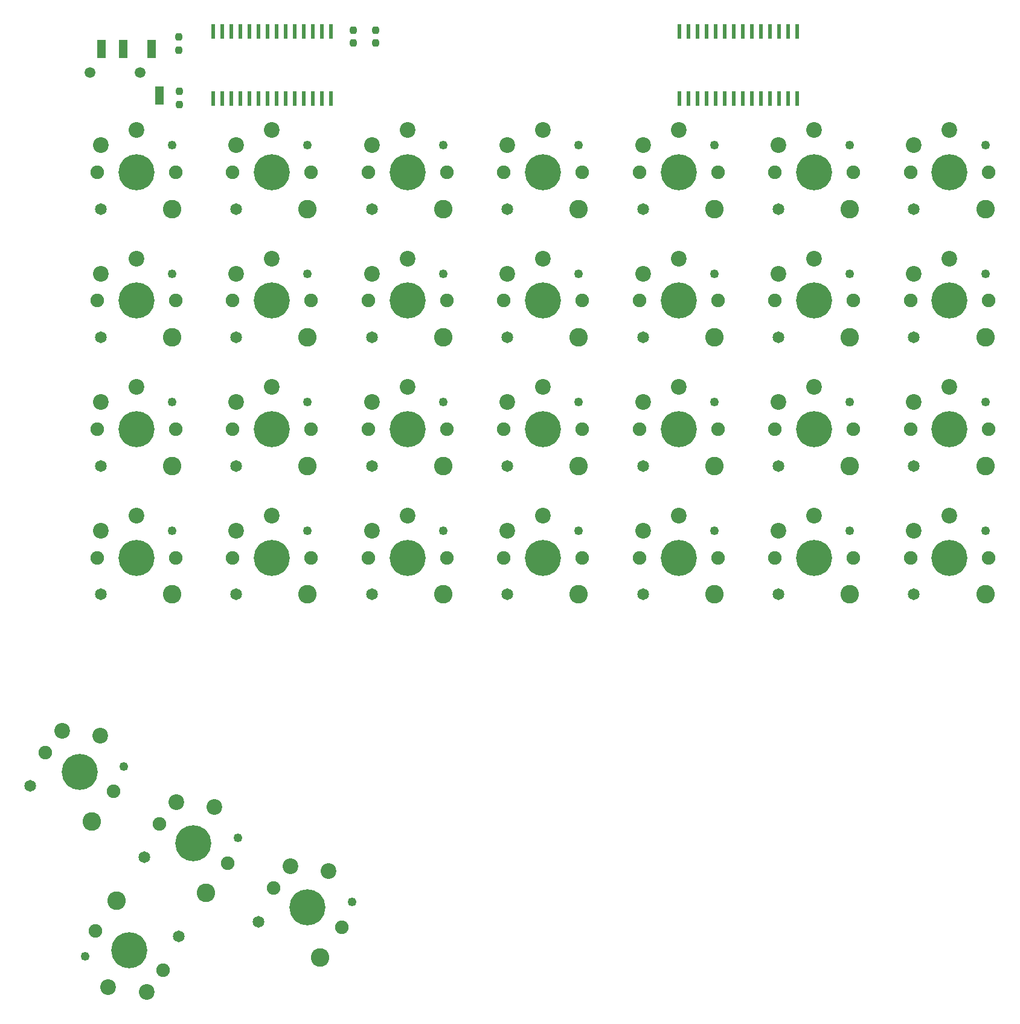
<source format=gbr>
%TF.GenerationSoftware,KiCad,Pcbnew,(6.0.11)*%
%TF.CreationDate,2023-05-24T14:48:24-07:00*%
%TF.ProjectId,keeb,6b656562-2e6b-4696-9361-645f70636258,rev?*%
%TF.SameCoordinates,Original*%
%TF.FileFunction,Soldermask,Top*%
%TF.FilePolarity,Negative*%
%FSLAX46Y46*%
G04 Gerber Fmt 4.6, Leading zero omitted, Abs format (unit mm)*
G04 Created by KiCad (PCBNEW (6.0.11)) date 2023-05-24 14:48:24*
%MOMM*%
%LPD*%
G01*
G04 APERTURE LIST*
G04 Aperture macros list*
%AMRoundRect*
0 Rectangle with rounded corners*
0 $1 Rounding radius*
0 $2 $3 $4 $5 $6 $7 $8 $9 X,Y pos of 4 corners*
0 Add a 4 corners polygon primitive as box body*
4,1,4,$2,$3,$4,$5,$6,$7,$8,$9,$2,$3,0*
0 Add four circle primitives for the rounded corners*
1,1,$1+$1,$2,$3*
1,1,$1+$1,$4,$5*
1,1,$1+$1,$6,$7*
1,1,$1+$1,$8,$9*
0 Add four rect primitives between the rounded corners*
20,1,$1+$1,$2,$3,$4,$5,0*
20,1,$1+$1,$4,$5,$6,$7,0*
20,1,$1+$1,$6,$7,$8,$9,0*
20,1,$1+$1,$8,$9,$2,$3,0*%
G04 Aperture macros list end*
%ADD10C,1.900000*%
%ADD11C,1.650000*%
%ADD12C,5.050000*%
%ADD13C,1.250000*%
%ADD14RoundRect,0.237500X-0.237500X0.250000X-0.237500X-0.250000X0.237500X-0.250000X0.237500X0.250000X0*%
%ADD15C,1.500000*%
%ADD16R,1.200000X2.500000*%
%ADD17R,0.600000X2.000000*%
%ADD18RoundRect,0.237500X0.237500X-0.250000X0.237500X0.250000X-0.237500X0.250000X-0.237500X-0.250000X0*%
%ADD19C,2.600000*%
%ADD20C,2.200000*%
G04 APERTURE END LIST*
D10*
%TO.C,SW25*%
X83500000Y-55000000D03*
D11*
X84000000Y-60150000D03*
D12*
X89000000Y-55000000D03*
D10*
X94500000Y-55000000D03*
D13*
X94000000Y-51200000D03*
X89000000Y-49100000D03*
%TD*%
%TO.C,SW5*%
X184000000Y-49100000D03*
X189000000Y-51200000D03*
D10*
X178500000Y-55000000D03*
X189500000Y-55000000D03*
D11*
X179000000Y-60150000D03*
D12*
X184000000Y-55000000D03*
%TD*%
D10*
%TO.C,SW12*%
X170500000Y-109000000D03*
D11*
X160000000Y-114150000D03*
D13*
X170000000Y-105200000D03*
D12*
X165000000Y-109000000D03*
D13*
X165000000Y-103100000D03*
D10*
X159500000Y-109000000D03*
%TD*%
D11*
%TO.C,SW6*%
X179000000Y-78150000D03*
D10*
X189500000Y-73000000D03*
D13*
X184000000Y-67100000D03*
D10*
X178500000Y-73000000D03*
D12*
X184000000Y-73000000D03*
D13*
X189000000Y-69200000D03*
%TD*%
%TO.C,SW7*%
X184000000Y-85100000D03*
D10*
X178500000Y-91000000D03*
D12*
X184000000Y-91000000D03*
D13*
X189000000Y-87200000D03*
D10*
X189500000Y-91000000D03*
D11*
X179000000Y-96150000D03*
%TD*%
D12*
%TO.C,SW19*%
X127000000Y-91000000D03*
D13*
X127000000Y-85100000D03*
D10*
X121500000Y-91000000D03*
D11*
X122000000Y-96150000D03*
D10*
X132500000Y-91000000D03*
D13*
X132000000Y-87200000D03*
%TD*%
D14*
%TO.C,R2*%
X94935000Y-36087500D03*
X94935000Y-37912500D03*
%TD*%
D12*
%TO.C,SW3*%
X203000000Y-91000000D03*
D11*
X198000000Y-96150000D03*
D13*
X203000000Y-85100000D03*
D10*
X208500000Y-91000000D03*
X197500000Y-91000000D03*
D13*
X208000000Y-87200000D03*
%TD*%
D11*
%TO.C,SW9*%
X160000000Y-60150000D03*
D10*
X159500000Y-55000000D03*
D13*
X165000000Y-49100000D03*
D10*
X170500000Y-55000000D03*
D12*
X165000000Y-55000000D03*
D13*
X170000000Y-51200000D03*
%TD*%
%TO.C,SW14*%
X151000000Y-69200000D03*
D11*
X141000000Y-78150000D03*
D10*
X140500000Y-73000000D03*
D13*
X146000000Y-67100000D03*
D10*
X151500000Y-73000000D03*
D12*
X146000000Y-73000000D03*
%TD*%
D11*
%TO.C,SW1*%
X198000000Y-60150000D03*
D10*
X208500000Y-55000000D03*
X197500000Y-55000000D03*
D13*
X208000000Y-51200000D03*
D12*
X203000000Y-55000000D03*
D13*
X203000000Y-49100000D03*
%TD*%
D10*
%TO.C,SW32*%
X117763140Y-160750000D03*
D11*
X106094873Y-159960031D03*
D13*
X119230127Y-157209103D03*
D12*
X113000000Y-158000000D03*
D13*
X115950000Y-152890450D03*
D10*
X108236860Y-155250000D03*
%TD*%
D12*
%TO.C,SW20*%
X127000000Y-109000000D03*
D13*
X132000000Y-105200000D03*
D11*
X122000000Y-114150000D03*
D10*
X132500000Y-109000000D03*
X121500000Y-109000000D03*
D13*
X127000000Y-103100000D03*
%TD*%
%TO.C,SW29*%
X87230127Y-138209103D03*
X83950000Y-133890450D03*
D10*
X85763140Y-141750000D03*
D12*
X81000000Y-139000000D03*
D10*
X76236860Y-136250000D03*
D11*
X74094873Y-140960031D03*
%TD*%
D13*
%TO.C,SW10*%
X165000000Y-67100000D03*
D11*
X160000000Y-78150000D03*
D13*
X170000000Y-69200000D03*
D10*
X159500000Y-73000000D03*
X170500000Y-73000000D03*
D12*
X165000000Y-73000000D03*
%TD*%
D15*
%TO.C,J1*%
X89495000Y-41000000D03*
X82495000Y-41000000D03*
D16*
X87095000Y-37750000D03*
X84095000Y-37750000D03*
X92195000Y-44250000D03*
X91095000Y-37750000D03*
%TD*%
D13*
%TO.C,SW8*%
X189000000Y-105200000D03*
D11*
X179000000Y-114150000D03*
D13*
X184000000Y-103100000D03*
D10*
X178500000Y-109000000D03*
D12*
X184000000Y-109000000D03*
D10*
X189500000Y-109000000D03*
%TD*%
%TO.C,SW31*%
X101763140Y-151750000D03*
D13*
X103230127Y-148209103D03*
D10*
X92236860Y-146250000D03*
D13*
X99950000Y-143890450D03*
D11*
X90094873Y-150960031D03*
D12*
X97000000Y-149000000D03*
%TD*%
%TO.C,SW15*%
X146000000Y-91000000D03*
D11*
X141000000Y-96150000D03*
D13*
X146000000Y-85100000D03*
D10*
X140500000Y-91000000D03*
X151500000Y-91000000D03*
D13*
X151000000Y-87200000D03*
%TD*%
D10*
%TO.C,SW2*%
X208500000Y-73000000D03*
X197500000Y-73000000D03*
D13*
X203000000Y-67100000D03*
D11*
X198000000Y-78150000D03*
D12*
X203000000Y-73000000D03*
D13*
X208000000Y-69200000D03*
%TD*%
D14*
%TO.C,R3*%
X122500000Y-35087500D03*
X122500000Y-36912500D03*
%TD*%
D17*
%TO.C,U1*%
X165110000Y-44700000D03*
X166380000Y-44700000D03*
X167650000Y-44700000D03*
X168920000Y-44700000D03*
X170190000Y-44700000D03*
X171460000Y-44700000D03*
X172730000Y-44700000D03*
X174000000Y-44700000D03*
X175270000Y-44700000D03*
X176540000Y-44700000D03*
X177810000Y-44700000D03*
X179080000Y-44700000D03*
X180350000Y-44700000D03*
X181620000Y-44700000D03*
X181620000Y-35300000D03*
X180350000Y-35300000D03*
X179080000Y-35300000D03*
X177810000Y-35300000D03*
X176540000Y-35300000D03*
X175270000Y-35300000D03*
X174000000Y-35300000D03*
X172730000Y-35300000D03*
X171460000Y-35300000D03*
X170190000Y-35300000D03*
X168920000Y-35300000D03*
X167650000Y-35300000D03*
X166380000Y-35300000D03*
X165110000Y-35300000D03*
%TD*%
D10*
%TO.C,SW11*%
X159500000Y-91000000D03*
D11*
X160000000Y-96150000D03*
D10*
X170500000Y-91000000D03*
D12*
X165000000Y-91000000D03*
D13*
X165000000Y-85100000D03*
X170000000Y-87200000D03*
%TD*%
D10*
%TO.C,SW30*%
X83236860Y-161250000D03*
D13*
X85050000Y-169109550D03*
X81769873Y-164790897D03*
D12*
X88000000Y-164000000D03*
D11*
X94905127Y-162039969D03*
D10*
X92763140Y-166750000D03*
%TD*%
D14*
%TO.C,R4*%
X119412500Y-35087500D03*
X119412500Y-36912500D03*
%TD*%
D12*
%TO.C,SW22*%
X108000000Y-73000000D03*
D10*
X102500000Y-73000000D03*
D11*
X103000000Y-78150000D03*
D13*
X108000000Y-67100000D03*
D10*
X113500000Y-73000000D03*
D13*
X113000000Y-69200000D03*
%TD*%
D10*
%TO.C,SW4*%
X197500000Y-109000000D03*
D13*
X208000000Y-105200000D03*
D12*
X203000000Y-109000000D03*
D13*
X203000000Y-103100000D03*
D11*
X198000000Y-114150000D03*
D10*
X208500000Y-109000000D03*
%TD*%
D11*
%TO.C,SW21*%
X103000000Y-60150000D03*
D10*
X113500000Y-55000000D03*
D13*
X113000000Y-51200000D03*
D12*
X108000000Y-55000000D03*
D10*
X102500000Y-55000000D03*
D13*
X108000000Y-49100000D03*
%TD*%
D10*
%TO.C,SW17*%
X132500000Y-55000000D03*
X121500000Y-55000000D03*
D13*
X127000000Y-49100000D03*
D12*
X127000000Y-55000000D03*
D11*
X122000000Y-60150000D03*
D13*
X132000000Y-51200000D03*
%TD*%
D12*
%TO.C,SW16*%
X146000000Y-109000000D03*
D10*
X151500000Y-109000000D03*
D11*
X141000000Y-114150000D03*
D13*
X146000000Y-103100000D03*
D10*
X140500000Y-109000000D03*
D13*
X151000000Y-105200000D03*
%TD*%
D18*
%TO.C,R1*%
X95000000Y-45490552D03*
X95000000Y-43665552D03*
%TD*%
D10*
%TO.C,SW26*%
X94500000Y-73000000D03*
X83500000Y-73000000D03*
D13*
X94000000Y-69200000D03*
D12*
X89000000Y-73000000D03*
D11*
X84000000Y-78150000D03*
D13*
X89000000Y-67100000D03*
%TD*%
D17*
%TO.C,U2*%
X99745000Y-44700000D03*
X101015000Y-44700000D03*
X102285000Y-44700000D03*
X103555000Y-44700000D03*
X104825000Y-44700000D03*
X106095000Y-44700000D03*
X107365000Y-44700000D03*
X108635000Y-44700000D03*
X109905000Y-44700000D03*
X111175000Y-44700000D03*
X112445000Y-44700000D03*
X113715000Y-44700000D03*
X114985000Y-44700000D03*
X116255000Y-44700000D03*
X116255000Y-35300000D03*
X114985000Y-35300000D03*
X113715000Y-35300000D03*
X112445000Y-35300000D03*
X111175000Y-35300000D03*
X109905000Y-35300000D03*
X108635000Y-35300000D03*
X107365000Y-35300000D03*
X106095000Y-35300000D03*
X104825000Y-35300000D03*
X103555000Y-35300000D03*
X102285000Y-35300000D03*
X101015000Y-35300000D03*
X99745000Y-35300000D03*
%TD*%
D13*
%TO.C,SW24*%
X113000000Y-105200000D03*
D11*
X103000000Y-114150000D03*
D10*
X102500000Y-109000000D03*
D12*
X108000000Y-109000000D03*
D13*
X108000000Y-103100000D03*
D10*
X113500000Y-109000000D03*
%TD*%
D13*
%TO.C,SW18*%
X127000000Y-67100000D03*
D10*
X132500000Y-73000000D03*
D13*
X132000000Y-69200000D03*
D11*
X122000000Y-78150000D03*
D12*
X127000000Y-73000000D03*
D10*
X121500000Y-73000000D03*
%TD*%
D12*
%TO.C,SW27*%
X89000000Y-91000000D03*
D11*
X84000000Y-96150000D03*
D10*
X94500000Y-91000000D03*
D13*
X94000000Y-87200000D03*
D10*
X83500000Y-91000000D03*
D13*
X89000000Y-85100000D03*
%TD*%
D10*
%TO.C,SW28*%
X94500000Y-109000000D03*
D12*
X89000000Y-109000000D03*
D10*
X83500000Y-109000000D03*
D13*
X89000000Y-103100000D03*
X94000000Y-105200000D03*
D11*
X84000000Y-114150000D03*
%TD*%
%TO.C,SW13*%
X141000000Y-60150000D03*
D12*
X146000000Y-55000000D03*
D10*
X151500000Y-55000000D03*
D13*
X146000000Y-49100000D03*
X151000000Y-51200000D03*
D10*
X140500000Y-55000000D03*
%TD*%
D12*
%TO.C,SW23*%
X108000000Y-91000000D03*
D11*
X103000000Y-96150000D03*
D10*
X102500000Y-91000000D03*
D13*
X108000000Y-85100000D03*
D10*
X113500000Y-91000000D03*
D13*
X113000000Y-87200000D03*
%TD*%
D19*
%TO.C,SW38*%
X189000000Y-78150000D03*
D20*
X184000000Y-67100000D03*
X179000000Y-69200000D03*
%TD*%
D19*
%TO.C,SW57*%
X94000000Y-60150000D03*
D20*
X89000000Y-49100000D03*
X84000000Y-51200000D03*
%TD*%
D19*
%TO.C,SW47*%
X151000000Y-96150000D03*
D20*
X146000000Y-85100000D03*
X141000000Y-87200000D03*
%TD*%
D19*
%TO.C,SW45*%
X151000000Y-60150000D03*
D20*
X146000000Y-49100000D03*
X141000000Y-51200000D03*
%TD*%
D19*
%TO.C,SW37*%
X189000000Y-60150000D03*
D20*
X184000000Y-49100000D03*
X179000000Y-51200000D03*
%TD*%
D19*
%TO.C,SW33*%
X208000000Y-60150000D03*
D20*
X203000000Y-49100000D03*
X198000000Y-51200000D03*
%TD*%
D19*
%TO.C,SW42*%
X170000000Y-78150000D03*
D20*
X165000000Y-67100000D03*
X160000000Y-69200000D03*
%TD*%
D19*
%TO.C,SW35*%
X208000000Y-96150000D03*
D20*
X203000000Y-85100000D03*
X198000000Y-87200000D03*
%TD*%
D19*
%TO.C,SW34*%
X208000000Y-78150000D03*
D20*
X203000000Y-67100000D03*
X198000000Y-69200000D03*
%TD*%
D19*
%TO.C,SW63*%
X98755127Y-155960031D03*
D20*
X99950000Y-143890450D03*
X94569873Y-143209103D03*
%TD*%
D19*
%TO.C,SW49*%
X132000000Y-60150000D03*
D20*
X127000000Y-49100000D03*
X122000000Y-51200000D03*
%TD*%
D19*
%TO.C,SW55*%
X113000000Y-96150000D03*
D20*
X108000000Y-85100000D03*
X103000000Y-87200000D03*
%TD*%
D19*
%TO.C,SW53*%
X113000000Y-60150000D03*
D20*
X108000000Y-49100000D03*
X103000000Y-51200000D03*
%TD*%
D19*
%TO.C,SW40*%
X189000000Y-114150000D03*
D20*
X184000000Y-103100000D03*
X179000000Y-105200000D03*
%TD*%
D19*
%TO.C,SW43*%
X170000000Y-96150000D03*
D20*
X165000000Y-85100000D03*
X160000000Y-87200000D03*
%TD*%
D19*
%TO.C,SW56*%
X113000000Y-114150000D03*
D20*
X108000000Y-103100000D03*
X103000000Y-105200000D03*
%TD*%
D19*
%TO.C,SW46*%
X151000000Y-78150000D03*
D20*
X146000000Y-67100000D03*
X141000000Y-69200000D03*
%TD*%
D19*
%TO.C,SW51*%
X132000000Y-96150000D03*
D20*
X127000000Y-85100000D03*
X122000000Y-87200000D03*
%TD*%
D19*
%TO.C,SW50*%
X132000000Y-78150000D03*
D20*
X127000000Y-67100000D03*
X122000000Y-69200000D03*
%TD*%
D19*
%TO.C,SW62*%
X86244873Y-157039969D03*
D20*
X85050000Y-169109550D03*
X90430127Y-169790897D03*
%TD*%
D19*
%TO.C,SW64*%
X114755127Y-164960031D03*
D20*
X115950000Y-152890450D03*
X110569873Y-152209103D03*
%TD*%
D15*
%TO.C,J2*%
X89495000Y-41000000D03*
X82495000Y-41000000D03*
%TD*%
D19*
%TO.C,SW54*%
X113000000Y-78150000D03*
D20*
X108000000Y-67100000D03*
X103000000Y-69200000D03*
%TD*%
D19*
%TO.C,SW60*%
X94000000Y-114150000D03*
D20*
X89000000Y-103100000D03*
X84000000Y-105200000D03*
%TD*%
D19*
%TO.C,SW41*%
X170000000Y-60150000D03*
D20*
X165000000Y-49100000D03*
X160000000Y-51200000D03*
%TD*%
D19*
%TO.C,SW59*%
X94000000Y-96150000D03*
D20*
X89000000Y-85100000D03*
X84000000Y-87200000D03*
%TD*%
D19*
%TO.C,SW36*%
X208000000Y-114150000D03*
D20*
X203000000Y-103100000D03*
X198000000Y-105200000D03*
%TD*%
D19*
%TO.C,SW61*%
X82755127Y-145960031D03*
D20*
X83950000Y-133890450D03*
X78569873Y-133209103D03*
%TD*%
D19*
%TO.C,SW48*%
X151000000Y-114150000D03*
D20*
X146000000Y-103100000D03*
X141000000Y-105200000D03*
%TD*%
D19*
%TO.C,SW52*%
X132000000Y-114150000D03*
D20*
X127000000Y-103100000D03*
X122000000Y-105200000D03*
%TD*%
D19*
%TO.C,SW44*%
X170000000Y-114150000D03*
D20*
X165000000Y-103100000D03*
X160000000Y-105200000D03*
%TD*%
D19*
%TO.C,SW39*%
X189000000Y-96150000D03*
D20*
X184000000Y-85100000D03*
X179000000Y-87200000D03*
%TD*%
D19*
%TO.C,SW58*%
X94000000Y-78150000D03*
D20*
X89000000Y-67100000D03*
X84000000Y-69200000D03*
%TD*%
M02*

</source>
